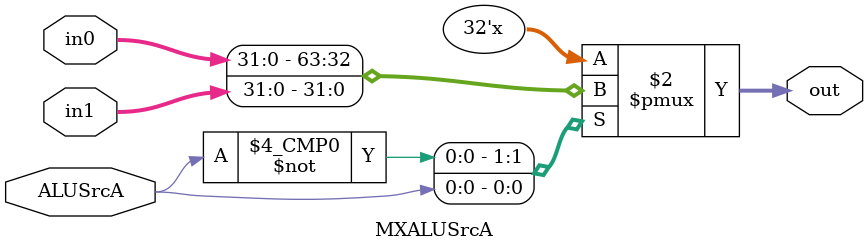
<source format=v>
`timescale 1ns / 1ps
module MXALUSrcA(
    input ALUSrcA,
    input [31:0] in0,
    input [31:0] in1,
    output reg[31:0] out
    );
	 always @(in0 or in1 or ALUSrcA)
	 begin
	      case (ALUSrcA)
			              1'b0: out=in0;
							  1'b1: out=in1;
			endcase
	 end
endmodule

</source>
